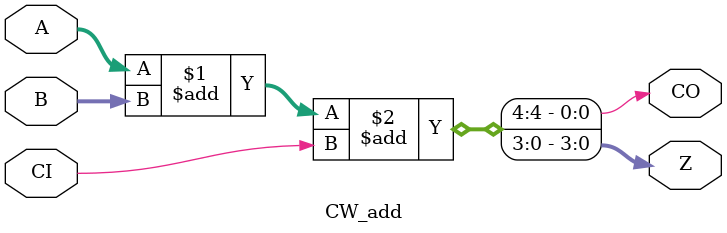
<source format=v>
module CW_add #(parameter wA=4) (
  input [wA-1:0] A, B,
  input CI,
  output [wA-1:0] Z,
  output CO
);
assign {CO,Z} = A + B + CI;
endmodule : CW_add

</source>
